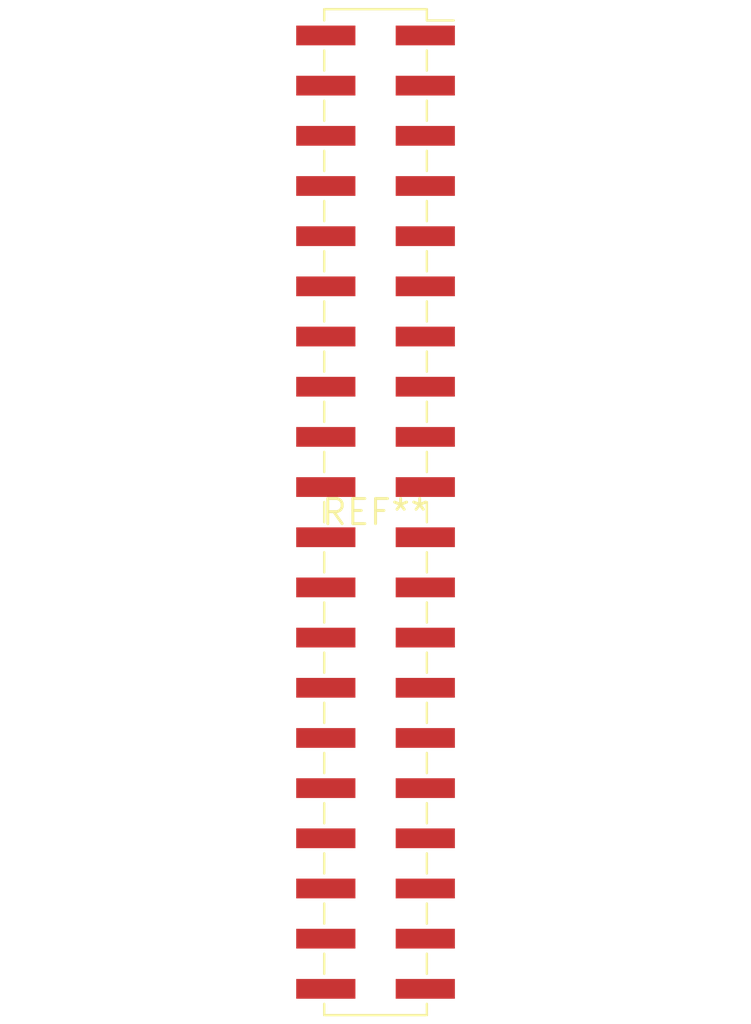
<source format=kicad_pcb>
(kicad_pcb (version 20240108) (generator pcbnew)
  (layers (0 "F.Cu" signal) (31 "B.Cu" signal) (34 "B.Paste" user) (35 "F.Paste" user) (36 "B.SilkS" user "B.Silkscreen") (37 "F.SilkS" user "F.Silkscreen") (38 "B.Mask" user) (39 "F.Mask" user) (44 "Edge.Cuts" user))
  (net 0 "")
  (footprint "PinSocket_2x20_P2.54mm_Vertical_SMD" (layer "F.Cu") (at 0 0)
    (property "Reference" "REF**")
    (property "Value" "PinSocket_2x20_P2.54mm_Vertical_SMD")
    (fp_line (start -2.6 -25.46) (end -2.6 -24.89) (layer "F.SilkS") (stroke (width 0.12)))
    (fp_line (start -2.6 -25.46) (end 2.6 -25.46) (layer "F.SilkS") (stroke (width 0.12)))
    (fp_line (start -2.6 -23.37) (end -2.6 -22.35) (layer "F.SilkS") (stroke (width 0.12)))
    (fp_line (start -2.6 -20.83) (end -2.6 -19.81) (layer "F.SilkS") (stroke (width 0.12)))
    (fp_line (start -2.6 -18.29) (end -2.6 -17.27) (layer "F.SilkS") (stroke (width 0.12)))
    (fp_line (start -2.6 -15.75) (end -2.6 -14.73) (layer "F.SilkS") (stroke (width 0.12)))
    (fp_line (start -2.6 -13.21) (end -2.6 -12.19) (layer "F.SilkS") (stroke (width 0.12)))
    (fp_line (start -2.6 -10.67) (end -2.6 -9.65) (layer "F.SilkS") (stroke (width 0.12)))
    (fp_line (start -2.6 -8.13) (end -2.6 -7.11) (layer "F.SilkS") (stroke (width 0.12)))
    (fp_line (start -2.6 -5.59) (end -2.6 -4.57) (layer "F.SilkS") (stroke (width 0.12)))
    (fp_line (start -2.6 -3.05) (end -2.6 -2.03) (layer "F.SilkS") (stroke (width 0.12)))
    (fp_line (start -2.6 -0.51) (end -2.6 0.51) (layer "F.SilkS") (stroke (width 0.12)))
    (fp_line (start -2.6 2.03) (end -2.6 3.05) (layer "F.SilkS") (stroke (width 0.12)))
    (fp_line (start -2.6 4.57) (end -2.6 5.59) (layer "F.SilkS") (stroke (width 0.12)))
    (fp_line (start -2.6 7.11) (end -2.6 8.13) (layer "F.SilkS") (stroke (width 0.12)))
    (fp_line (start -2.6 9.65) (end -2.6 10.67) (layer "F.SilkS") (stroke (width 0.12)))
    (fp_line (start -2.6 12.19) (end -2.6 13.21) (layer "F.SilkS") (stroke (width 0.12)))
    (fp_line (start -2.6 14.73) (end -2.6 15.75) (layer "F.SilkS") (stroke (width 0.12)))
    (fp_line (start -2.6 17.27) (end -2.6 18.29) (layer "F.SilkS") (stroke (width 0.12)))
    (fp_line (start -2.6 19.81) (end -2.6 20.83) (layer "F.SilkS") (stroke (width 0.12)))
    (fp_line (start -2.6 22.35) (end -2.6 23.37) (layer "F.SilkS") (stroke (width 0.12)))
    (fp_line (start -2.6 24.89) (end -2.6 25.46) (layer "F.SilkS") (stroke (width 0.12)))
    (fp_line (start -2.6 25.46) (end 2.6 25.46) (layer "F.SilkS") (stroke (width 0.12)))
    (fp_line (start 2.6 -25.46) (end 2.6 -24.89) (layer "F.SilkS") (stroke (width 0.12)))
    (fp_line (start 2.6 -24.89) (end 3.96 -24.89) (layer "F.SilkS") (stroke (width 0.12)))
    (fp_line (start 2.6 -23.37) (end 2.6 -22.35) (layer "F.SilkS") (stroke (width 0.12)))
    (fp_line (start 2.6 -20.83) (end 2.6 -19.81) (layer "F.SilkS") (stroke (width 0.12)))
    (fp_line (start 2.6 -18.29) (end 2.6 -17.27) (layer "F.SilkS") (stroke (width 0.12)))
    (fp_line (start 2.6 -15.75) (end 2.6 -14.73) (layer "F.SilkS") (stroke (width 0.12)))
    (fp_line (start 2.6 -13.21) (end 2.6 -12.19) (layer "F.SilkS") (stroke (width 0.12)))
    (fp_line (start 2.6 -10.67) (end 2.6 -9.65) (layer "F.SilkS") (stroke (width 0.12)))
    (fp_line (start 2.6 -8.13) (end 2.6 -7.11) (layer "F.SilkS") (stroke (width 0.12)))
    (fp_line (start 2.6 -5.59) (end 2.6 -4.57) (layer "F.SilkS") (stroke (width 0.12)))
    (fp_line (start 2.6 -3.05) (end 2.6 -2.03) (layer "F.SilkS") (stroke (width 0.12)))
    (fp_line (start 2.6 -0.51) (end 2.6 0.51) (layer "F.SilkS") (stroke (width 0.12)))
    (fp_line (start 2.6 2.03) (end 2.6 3.05) (layer "F.SilkS") (stroke (width 0.12)))
    (fp_line (start 2.6 4.57) (end 2.6 5.59) (layer "F.SilkS") (stroke (width 0.12)))
    (fp_line (start 2.6 7.11) (end 2.6 8.13) (layer "F.SilkS") (stroke (width 0.12)))
    (fp_line (start 2.6 9.65) (end 2.6 10.67) (layer "F.SilkS") (stroke (width 0.12)))
    (fp_line (start 2.6 12.19) (end 2.6 13.21) (layer "F.SilkS") (stroke (width 0.12)))
    (fp_line (start 2.6 14.73) (end 2.6 15.75) (layer "F.SilkS") (stroke (width 0.12)))
    (fp_line (start 2.6 17.27) (end 2.6 18.29) (layer "F.SilkS") (stroke (width 0.12)))
    (fp_line (start 2.6 19.81) (end 2.6 20.83) (layer "F.SilkS") (stroke (width 0.12)))
    (fp_line (start 2.6 22.35) (end 2.6 23.37) (layer "F.SilkS") (stroke (width 0.12)))
    (fp_line (start 2.6 24.89) (end 2.6 25.46) (layer "F.SilkS") (stroke (width 0.12)))
    (pad "1" smd rect (at 2.52 -24.13) (size 3 1) (layers "F.Cu" "F.Paste" "F.Mask"))
    (pad "2" smd rect (at -2.52 -24.13) (size 3 1) (layers "F.Cu" "F.Paste" "F.Mask"))
    (pad "3" smd rect (at 2.52 -21.59) (size 3 1) (layers "F.Cu" "F.Paste" "F.Mask"))
    (pad "4" smd rect (at -2.52 -21.59) (size 3 1) (layers "F.Cu" "F.Paste" "F.Mask"))
    (pad "5" smd rect (at 2.52 -19.05) (size 3 1) (layers "F.Cu" "F.Paste" "F.Mask"))
    (pad "6" smd rect (at -2.52 -19.05) (size 3 1) (layers "F.Cu" "F.Paste" "F.Mask"))
    (pad "7" smd rect (at 2.52 -16.51) (size 3 1) (layers "F.Cu" "F.Paste" "F.Mask"))
    (pad "8" smd rect (at -2.52 -16.51) (size 3 1) (layers "F.Cu" "F.Paste" "F.Mask"))
    (pad "9" smd rect (at 2.52 -13.97) (size 3 1) (layers "F.Cu" "F.Paste" "F.Mask"))
    (pad "10" smd rect (at -2.52 -13.97) (size 3 1) (layers "F.Cu" "F.Paste" "F.Mask"))
    (pad "11" smd rect (at 2.52 -11.43) (size 3 1) (layers "F.Cu" "F.Paste" "F.Mask"))
    (pad "12" smd rect (at -2.52 -11.43) (size 3 1) (layers "F.Cu" "F.Paste" "F.Mask"))
    (pad "13" smd rect (at 2.52 -8.89) (size 3 1) (layers "F.Cu" "F.Paste" "F.Mask"))
    (pad "14" smd rect (at -2.52 -8.89) (size 3 1) (layers "F.Cu" "F.Paste" "F.Mask"))
    (pad "15" smd rect (at 2.52 -6.35) (size 3 1) (layers "F.Cu" "F.Paste" "F.Mask"))
    (pad "16" smd rect (at -2.52 -6.35) (size 3 1) (layers "F.Cu" "F.Paste" "F.Mask"))
    (pad "17" smd rect (at 2.52 -3.81) (size 3 1) (layers "F.Cu" "F.Paste" "F.Mask"))
    (pad "18" smd rect (at -2.52 -3.81) (size 3 1) (layers "F.Cu" "F.Paste" "F.Mask"))
    (pad "19" smd rect (at 2.52 -1.27) (size 3 1) (layers "F.Cu" "F.Paste" "F.Mask"))
    (pad "20" smd rect (at -2.52 -1.27) (size 3 1) (layers "F.Cu" "F.Paste" "F.Mask"))
    (pad "21" smd rect (at 2.52 1.27) (size 3 1) (layers "F.Cu" "F.Paste" "F.Mask"))
    (pad "22" smd rect (at -2.52 1.27) (size 3 1) (layers "F.Cu" "F.Paste" "F.Mask"))
    (pad "23" smd rect (at 2.52 3.81) (size 3 1) (layers "F.Cu" "F.Paste" "F.Mask"))
    (pad "24" smd rect (at -2.52 3.81) (size 3 1) (layers "F.Cu" "F.Paste" "F.Mask"))
    (pad "25" smd rect (at 2.52 6.35) (size 3 1) (layers "F.Cu" "F.Paste" "F.Mask"))
    (pad "26" smd rect (at -2.52 6.35) (size 3 1) (layers "F.Cu" "F.Paste" "F.Mask"))
    (pad "27" smd rect (at 2.52 8.89) (size 3 1) (layers "F.Cu" "F.Paste" "F.Mask"))
    (pad "28" smd rect (at -2.52 8.89) (size 3 1) (layers "F.Cu" "F.Paste" "F.Mask"))
    (pad "29" smd rect (at 2.52 11.43) (size 3 1) (layers "F.Cu" "F.Paste" "F.Mask"))
    (pad "30" smd rect (at -2.52 11.43) (size 3 1) (layers "F.Cu" "F.Paste" "F.Mask"))
    (pad "31" smd rect (at 2.52 13.97) (size 3 1) (layers "F.Cu" "F.Paste" "F.Mask"))
    (pad "32" smd rect (at -2.52 13.97) (size 3 1) (layers "F.Cu" "F.Paste" "F.Mask"))
    (pad "33" smd rect (at 2.52 16.51) (size 3 1) (layers "F.Cu" "F.Paste" "F.Mask"))
    (pad "34" smd rect (at -2.52 16.51) (size 3 1) (layers "F.Cu" "F.Paste" "F.Mask"))
    (pad "35" smd rect (at 2.52 19.05) (size 3 1) (layers "F.Cu" "F.Paste" "F.Mask"))
    (pad "36" smd rect (at -2.52 19.05) (size 3 1) (layers "F.Cu" "F.Paste" "F.Mask"))
    (pad "37" smd rect (at 2.52 21.59) (size 3 1) (layers "F.Cu" "F.Paste" "F.Mask"))
    (pad "38" smd rect (at -2.52 21.59) (size 3 1) (layers "F.Cu" "F.Paste" "F.Mask"))
    (pad "39" smd rect (at 2.52 24.13) (size 3 1) (layers "F.Cu" "F.Paste" "F.Mask"))
    (pad "40" smd rect (at -2.52 24.13) (size 3 1) (layers "F.Cu" "F.Paste" "F.Mask"))
  )
)
</source>
